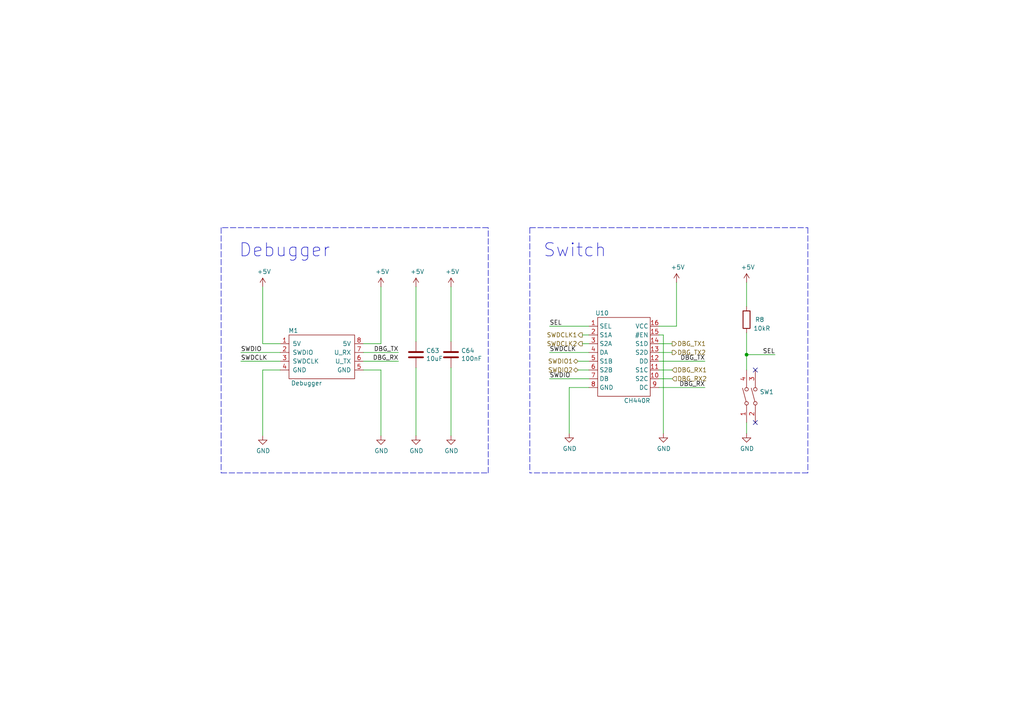
<source format=kicad_sch>
(kicad_sch (version 20211123) (generator eeschema)
  (paper "A4")
  (title_block (title "MM32 Control Board") (date "2022-03-28") (rev "1.4.1"))
  (lib_symbols
    (symbol "Device:C" (pin_numbers hide) (pin_names (offset 0.254))
      (property "Reference" "C" (at 0.635 2.54 0))
      (property "Value" "C" (at 0.635 -2.54 0))
      (symbol "C_0_1"
        (polyline (pts (xy -2.032 -0.762) (xy 2.032 -0.762)) (stroke (width 0.508)))
        (polyline (pts (xy -2.032 0.762) (xy 2.032 0.762)) (stroke (width 0.508)))
      )
      (symbol "C_1_1"
        (pin passive line (at 0 3.81 270) (length 2.794) (name "~") (number "1"))
        (pin passive line (at 0 -3.81 90) (length 2.794) (name "~") (number "2"))
      )
    )
    (symbol "Device:R" (pin_numbers hide) (pin_names (offset 0))
      (property "Reference" "R" (at 2.032 0 90))
      (property "Value" "R" (at 0 0 90))
      (symbol "R_0_1"
        (rectangle (start -1.016 -2.54) (end 1.016 2.54) (stroke (width 0.254)))
      )
      (symbol "R_1_1"
        (pin passive line (at 0 3.81 270) (length 1.27) (name "~") (number "1"))
        (pin passive line (at 0 -3.81 90) (length 1.27) (name "~") (number "2"))
      )
    )
    (symbol "MM32_Periph:CH440R"
      (property "Reference" "U" (at 1.27 24.13 0))
      (property "Value" "CH440R" (at 10.16 -1.27 0))
      (symbol "CH440R_0_1"
        (rectangle (start 0 22.86) (end 15.24 0))
      )
      (symbol "CH440R_1_1"
        (pin input line (at -2.54 20.32 0) (length 2.54) (name "SEL") (number "1"))
        (pin passive line (at 17.78 5.08 180) (length 2.54) (name "S2C") (number "10"))
        (pin passive line (at 17.78 7.62 180) (length 2.54) (name "S1C") (number "11"))
        (pin passive line (at 17.78 10.16 180) (length 2.54) (name "DD") (number "12"))
        (pin passive line (at 17.78 12.7 180) (length 2.54) (name "S2D") (number "13"))
        (pin passive line (at 17.78 15.24 180) (length 2.54) (name "S1D") (number "14"))
        (pin passive line (at 17.78 17.78 180) (length 2.54) (name "#EN") (number "15"))
        (pin power_in line (at 17.78 20.32 180) (length 2.54) (name "VCC") (number "16"))
        (pin passive line (at -2.54 17.78 0) (length 2.54) (name "S1A") (number "2"))
        (pin passive line (at -2.54 15.24 0) (length 2.54) (name "S2A") (number "3"))
        (pin passive line (at -2.54 12.7 0) (length 2.54) (name "DA") (number "4"))
        (pin passive line (at -2.54 10.16 0) (length 2.54) (name "S1B") (number "5"))
        (pin passive line (at -2.54 7.62 0) (length 2.54) (name "S2B") (number "6"))
        (pin passive line (at -2.54 5.08 0) (length 2.54) (name "DB") (number "7"))
        (pin power_in line (at -2.54 2.54 0) (length 2.54) (name "GND") (number "8"))
        (pin passive line (at 17.78 2.54 180) (length 2.54) (name "DC") (number "9"))
      )
    )
    (symbol "MM32_Periph:Debugger" (pin_names (offset 1.016))
      (property "Reference" "M" (at 1.27 13.97 0))
      (property "Value" "Debugger" (at 6.35 -1.27 0))
      (symbol "Debugger_0_1"
        (rectangle (start 0 12.7) (end 19.05 0))
      )
      (symbol "Debugger_1_1"
        (pin power_in line (at -2.54 10.16 0) (length 2.54) (name "5V") (number "1"))
        (pin bidirectional line (at -2.54 7.62 0) (length 2.54) (name "SWDIO") (number "2"))
        (pin output line (at -2.54 5.08 0) (length 2.54) (name "SWDCLK") (number "3"))
        (pin power_in line (at -2.54 2.54 0) (length 2.54) (name "GND") (number "4"))
        (pin power_in line (at 21.59 2.54 180) (length 2.54) (name "GND") (number "5"))
        (pin output line (at 21.59 5.08 180) (length 2.54) (name "U_TX") (number "6"))
        (pin output line (at 21.59 7.62 180) (length 2.54) (name "U_RX") (number "7"))
        (pin power_in line (at 21.59 10.16 180) (length 2.54) (name "5V") (number "8"))
        (pin no_connect line (at 10.16 13.97 270) (length 2.54) hide (name "NC") (number "9"))
      )
    )
    (symbol "Switch:SW_DIP_x02" (pin_names (offset 0) hide)
      (property "Reference" "SW" (at 0 6.35 0))
      (property "Value" "SW_DIP_x02" (at 0 -3.81 0))
      (symbol "SW_DIP_x02_0_0"
        (circle (center -2.032 0) (radius 0.508))
        (circle (center -2.032 2.54) (radius 0.508))
        (polyline (pts (xy -1.524 0.127) (xy 2.3622 1.1684)))
        (polyline (pts (xy -1.524 2.667) (xy 2.3622 3.7084)))
        (circle (center 2.032 0) (radius 0.508))
        (circle (center 2.032 2.54) (radius 0.508))
      )
      (symbol "SW_DIP_x02_1_1"
        (pin passive line (at -7.62 2.54 0) (length 5.08) (name "~") (number "1"))
        (pin passive line (at -7.62 0 0) (length 5.08) (name "~") (number "2"))
        (pin passive line (at 7.62 0 180) (length 5.08) (name "~") (number "3"))
        (pin passive line (at 7.62 2.54 180) (length 5.08) (name "~") (number "4"))
      )
    )
    (symbol "power:+5V" (power) (pin_names (offset 0))
      (property "Value" "+5V" (at 0 3.556 0))
      (symbol "+5V_0_1"
        (polyline (pts (xy -0.762 1.27) (xy 0 2.54)))
        (polyline (pts (xy 0 0) (xy 0 2.54)))
        (polyline (pts (xy 0 2.54) (xy 0.762 1.27)))
      )
      (symbol "+5V_1_1"
        (pin power_in line (at 0 0 90) (length 0) hide (name "+5V") (number "1"))
      )
    )
    (symbol "power:GND" (power) (pin_names (offset 0))
      (property "Value" "GND" (at 0 -3.81 0))
      (symbol "GND_0_1"
        (polyline (pts (xy 0 0) (xy 0 -1.27) (xy 1.27 -1.27) (xy 0 -2.54) (xy -1.27 -1.27) (xy 0 -1.27)))
      )
      (symbol "GND_1_1"
        (pin power_in line (at 0 0 270) (length 0) hide (name "GND") (number "1"))
      )
    )
  )
  (junction (at 216.535 102.87))
  (no_connect (at 219.075 107.315))
  (no_connect (at 219.075 122.555))
  (polyline (pts (xy 153.67 66.04) (xy 153.67 137.16)))
  (wire (pts (xy 168.91 99.695) (xy 170.815 99.695)))
  (wire (pts (xy 191.135 102.235) (xy 194.945 102.235)))
  (wire (pts (xy 191.135 112.395) (xy 204.47 112.395)))
  (wire (pts (xy 191.135 104.775) (xy 204.47 104.775)))
  (polyline (pts (xy 141.605 66.04) (xy 64.135 66.04)))
  (polyline (pts (xy 153.67 66.04) (xy 234.315 66.04)))
  (wire (pts (xy 216.535 102.87) (xy 224.79 102.87)))
  (wire (pts (xy 216.535 102.87) (xy 216.535 107.315)))
  (wire (pts (xy 216.535 96.52) (xy 216.535 102.87)))
  (wire (pts (xy 170.815 112.395) (xy 165.1 112.395)))
  (wire (pts (xy 76.2 99.695) (xy 81.28 99.695)))
  (wire (pts (xy 167.64 107.315) (xy 170.815 107.315)))
  (wire (pts (xy 165.1 112.395) (xy 165.1 125.73)))
  (wire (pts (xy 76.2 107.315) (xy 76.2 126.365)))
  (wire (pts (xy 130.81 83.185) (xy 130.81 99.06)))
  (polyline (pts (xy 64.135 137.16) (xy 141.605 137.16)))
  (wire (pts (xy 196.215 94.615) (xy 196.215 81.915)))
  (wire (pts (xy 216.535 122.555) (xy 216.535 125.73)))
  (wire (pts (xy 192.405 97.155) (xy 191.135 97.155)))
  (wire (pts (xy 81.28 107.315) (xy 76.2 107.315)))
  (polyline (pts (xy 64.135 66.04) (xy 64.135 137.16)))
  (wire (pts (xy 191.135 94.615) (xy 196.215 94.615)))
  (wire (pts (xy 120.65 106.68) (xy 120.65 126.365)))
  (wire (pts (xy 81.28 104.775) (xy 69.85 104.775)))
  (wire (pts (xy 110.49 83.185) (xy 110.49 99.695)))
  (polyline (pts (xy 234.315 66.04) (xy 234.315 137.16)))
  (wire (pts (xy 192.405 125.73) (xy 192.405 97.155)))
  (wire (pts (xy 167.64 104.775) (xy 170.815 104.775)))
  (wire (pts (xy 159.385 109.855) (xy 170.815 109.855)))
  (wire (pts (xy 191.135 109.855) (xy 194.945 109.855)))
  (wire (pts (xy 105.41 107.315) (xy 110.49 107.315)))
  (wire (pts (xy 130.81 106.68) (xy 130.81 126.365)))
  (wire (pts (xy 159.385 102.235) (xy 170.815 102.235)))
  (wire (pts (xy 110.49 99.695) (xy 105.41 99.695)))
  (wire (pts (xy 191.135 107.315) (xy 194.945 107.315)))
  (polyline (pts (xy 234.315 137.16) (xy 153.67 137.16)))
  (wire (pts (xy 168.91 97.155) (xy 170.815 97.155)))
  (wire (pts (xy 120.65 83.185) (xy 120.65 99.06)))
  (wire (pts (xy 110.49 107.315) (xy 110.49 126.365)))
  (polyline (pts (xy 141.605 137.16) (xy 141.605 66.04)))
  (wire (pts (xy 115.57 102.235) (xy 105.41 102.235)))
  (wire (pts (xy 76.2 83.185) (xy 76.2 99.695)))
  (wire (pts (xy 191.135 99.695) (xy 194.945 99.695)))
  (wire (pts (xy 159.385 94.615) (xy 170.815 94.615)))
  (wire (pts (xy 216.535 81.915) (xy 216.535 88.9)))
  (wire (pts (xy 105.41 104.775) (xy 115.57 104.775)))
  (wire (pts (xy 69.85 102.235) (xy 81.28 102.235)))
  (text "Debugger" (at 69.215 74.93 0) (effects (font (size 3.81 3.81)) (justify left bottom)))
  (text "Switch" (at 157.48 74.93 0) (effects (font (size 3.81 3.81)) (justify left bottom)))
  (label "SWDIO" (at 69.85 102.235 0))
  (label "DBG_TX" (at 204.47 104.775 180))
  (label "DBG_RX" (at 115.57 104.775 180))
  (label "SWDIO" (at 159.385 109.855 0))
  (label "DBG_TX" (at 115.57 102.235 180))
  (label "SEL" (at 224.79 102.87 180))
  (label "DBG_RX" (at 204.47 112.395 180))
  (label "SWDCLK" (at 69.85 104.775 0))
  (label "SEL" (at 159.385 94.615 0))
  (label "SWDCLK" (at 159.385 102.235 0))
  (hierarchical_label "DBG_RX2" (shape input) (at 194.945 109.855 0))
  (hierarchical_label "DBG_TX1" (shape output) (at 194.945 99.695 0))
  (hierarchical_label "SWDIO1" (shape bidirectional) (at 167.64 104.775 180))
  (hierarchical_label "DBG_TX2" (shape output) (at 194.945 102.235 0))
  (hierarchical_label "SWDCLK2" (shape output) (at 168.91 99.695 180))
  (hierarchical_label "SWDIO2" (shape bidirectional) (at 167.64 107.315 180))
  (hierarchical_label "DBG_RX1" (shape input) (at 194.945 107.315 0))
  (hierarchical_label "SWDCLK1" (shape output) (at 168.91 97.155 180))
  (symbol (lib_id "MM32_Periph:Debugger") (at 83.82 109.855 0) (unit 1)
    (property "Reference" "M1" (at 85.09 95.885 0))
    (property "Value" "Debugger" (at 88.9 111.125 0))
    (property "Footprint" "ControlBoard:Gernic_Debugger" (effects hide))
  )
  (symbol (lib_id "power:GND") (at 110.49 126.365 0) (unit 1)
    (property "Reference" "#PWR0149" (effects hide))
    (property "Value" "GND" (at 110.617 130.7592 0))
  )
  (symbol (lib_id "power:GND") (at 76.2 126.365 0) (unit 1)
    (property "Reference" "#PWR0147" (effects hide))
    (property "Value" "GND" (at 76.327 130.7592 0))
  )
  (symbol (lib_id "power:GND") (at 130.81 126.365 0) (unit 1)
    (property "Reference" "#PWR0153" (effects hide))
    (property "Value" "GND" (at 130.937 130.7592 0))
  )
  (symbol (lib_id "MM32_Periph:CH440R") (at 173.355 114.935 0) (unit 1)
    (property "Reference" "U10" (at 174.625 90.805 0))
    (property "Value" "CH440R" (at 184.785 116.205 0))
    (property "Footprint" "ControlBoard:TSSOP-16_4.4x5mm_P0.65mm" (effects hide))
  )
  (symbol (lib_id "Device:C") (at 120.65 102.87 0) (unit 1)
    (property "Reference" "C63" (at 123.571 101.7016 0) (effects (justify left)))
    (property "Value" "10uF" (at 123.571 104.013 0) (effects (justify left)))
    (property "Footprint" "ControlBoard:C_0603_1608Metric" (effects hide))
  )
  (symbol (lib_id "Switch:SW_DIP_x02") (at 219.075 114.935 90) (unit 1)
    (property "Reference" "SW1" (at 220.345 113.6649 90) (effects (justify right)))
    (property "Value" "SW_DIP_x02" (effects hide))
    (property "Footprint" "ControlBoard:SW_DIP_SPSTx02_Slide_Copal_CHS-02B_W7.62mm_P1.27mm" (effects hide))
  )
  (symbol (lib_id "power:+5V") (at 130.81 83.185 0) (unit 1)
    (property "Reference" "#PWR0152" (effects hide))
    (property "Value" "+5V" (at 131.191 78.7908 0))
  )
  (symbol (lib_id "power:GND") (at 120.65 126.365 0) (unit 1)
    (property "Reference" "#PWR0151" (effects hide))
    (property "Value" "GND" (at 120.777 130.7592 0))
  )
  (symbol (lib_id "power:+5V") (at 196.215 81.915 0) (unit 1)
    (property "Reference" "#PWR0156" (effects hide))
    (property "Value" "+5V" (at 196.596 77.5208 0))
  )
  (symbol (lib_id "power:GND") (at 165.1 125.73 0) (unit 1)
    (property "Reference" "#PWR0154" (effects hide))
    (property "Value" "GND" (at 165.227 130.1242 0))
  )
  (symbol (lib_id "power:+5V") (at 76.2 83.185 0) (unit 1)
    (property "Reference" "#PWR0146" (effects hide))
    (property "Value" "+5V" (at 76.581 78.7908 0))
  )
  (symbol (lib_id "power:+5V") (at 120.65 83.185 0) (unit 1)
    (property "Reference" "#PWR0150" (effects hide))
    (property "Value" "+5V" (at 121.031 78.7908 0))
  )
  (symbol (lib_id "Device:R") (at 216.535 92.71 0) (unit 1)
    (property "Reference" "R8" (at 220.345 92.71 0))
    (property "Value" "10kR" (at 220.98 95.25 0))
    (property "Footprint" "ControlBoard:R_0603_1608Metric" (effects hide))
  )
  (symbol (lib_id "power:GND") (at 216.535 125.73 0) (unit 1)
    (property "Reference" "#PWR0158" (effects hide))
    (property "Value" "GND" (at 216.662 130.1242 0))
  )
  (symbol (lib_id "power:+5V") (at 110.49 83.185 0) (unit 1)
    (property "Reference" "#PWR0148" (effects hide))
    (property "Value" "+5V" (at 110.871 78.7908 0))
  )
  (symbol (lib_id "power:GND") (at 192.405 125.73 0) (unit 1)
    (property "Reference" "#PWR0155" (effects hide))
    (property "Value" "GND" (at 192.532 130.1242 0))
  )
  (symbol (lib_id "Device:C") (at 130.81 102.87 0) (unit 1)
    (property "Reference" "C64" (at 133.731 101.7016 0) (effects (justify left)))
    (property "Value" "100nF" (at 133.731 104.013 0) (effects (justify left)))
    (property "Footprint" "ControlBoard:C_0603_1608Metric" (effects hide))
  )
  (symbol (lib_id "power:+5V") (at 216.535 81.915 0) (unit 1)
    (property "Reference" "#PWR0157" (effects hide))
    (property "Value" "+5V" (at 216.916 77.5208 0))
  )
)
</source>
